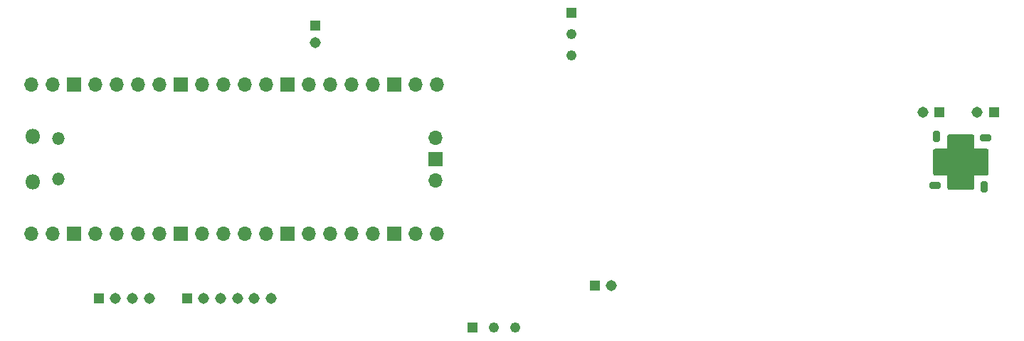
<source format=gbr>
%TF.GenerationSoftware,KiCad,Pcbnew,8.0.8*%
%TF.CreationDate,2025-02-26T19:29:46+02:00*%
%TF.ProjectId,gamma-spectrometer,67616d6d-612d-4737-9065-6374726f6d65,v0.0.4*%
%TF.SameCoordinates,Original*%
%TF.FileFunction,Soldermask,Bot*%
%TF.FilePolarity,Negative*%
%FSLAX46Y46*%
G04 Gerber Fmt 4.6, Leading zero omitted, Abs format (unit mm)*
G04 Created by KiCad (PCBNEW 8.0.8) date 2025-02-26 19:29:46*
%MOMM*%
%LPD*%
G01*
G04 APERTURE LIST*
G04 Aperture macros list*
%AMRoundRect*
0 Rectangle with rounded corners*
0 $1 Rounding radius*
0 $2 $3 $4 $5 $6 $7 $8 $9 X,Y pos of 4 corners*
0 Add a 4 corners polygon primitive as box body*
4,1,4,$2,$3,$4,$5,$6,$7,$8,$9,$2,$3,0*
0 Add four circle primitives for the rounded corners*
1,1,$1+$1,$2,$3*
1,1,$1+$1,$4,$5*
1,1,$1+$1,$6,$7*
1,1,$1+$1,$8,$9*
0 Add four rect primitives between the rounded corners*
20,1,$1+$1,$2,$3,$4,$5,0*
20,1,$1+$1,$4,$5,$6,$7,0*
20,1,$1+$1,$6,$7,$8,$9,0*
20,1,$1+$1,$8,$9,$2,$3,0*%
G04 Aperture macros list end*
%ADD10C,0.000100*%
%ADD11R,1.308000X1.308000*%
%ADD12C,1.308000*%
%ADD13R,1.218000X1.218000*%
%ADD14C,1.218000*%
%ADD15O,1.800000X1.800000*%
%ADD16O,1.500000X1.500000*%
%ADD17O,1.700000X1.700000*%
%ADD18R,1.700000X1.700000*%
%ADD19RoundRect,0.201000X-0.201000X-0.451000X0.201000X-0.451000X0.201000X0.451000X-0.201000X0.451000X0*%
%ADD20RoundRect,0.201000X-0.451000X-0.201000X0.451000X-0.201000X0.451000X0.201000X-0.451000X0.201000X0*%
G04 APERTURE END LIST*
D10*
%TO.C,U9*%
X201387000Y-80976000D02*
X201398000Y-80978000D01*
X201409000Y-80980000D01*
X201419000Y-80982000D01*
X201430000Y-80985000D01*
X201440000Y-80989000D01*
X201450000Y-80993000D01*
X201460000Y-80998000D01*
X201470000Y-81003000D01*
X201479000Y-81009000D01*
X201488000Y-81015000D01*
X201497000Y-81022000D01*
X201506000Y-81029000D01*
X201513000Y-81037000D01*
X201521000Y-81044000D01*
X201528000Y-81053000D01*
X201535000Y-81062000D01*
X201541000Y-81071000D01*
X201547000Y-81080000D01*
X201552000Y-81090000D01*
X201557000Y-81100000D01*
X201561000Y-81110000D01*
X201565000Y-81120000D01*
X201568000Y-81131000D01*
X201570000Y-81141000D01*
X201572000Y-81152000D01*
X201574000Y-81163000D01*
X201575000Y-81174000D01*
X201575000Y-81185000D01*
X201575000Y-82675000D01*
X203055000Y-82675000D01*
X203067000Y-82675000D01*
X203078000Y-82676000D01*
X203089000Y-82678000D01*
X203101000Y-82680000D01*
X203112000Y-82682000D01*
X203123000Y-82686000D01*
X203134000Y-82690000D01*
X203144000Y-82694000D01*
X203155000Y-82699000D01*
X203165000Y-82704000D01*
X203175000Y-82710000D01*
X203184000Y-82717000D01*
X203193000Y-82724000D01*
X203202000Y-82732000D01*
X203211000Y-82739000D01*
X203218000Y-82748000D01*
X203226000Y-82757000D01*
X203233000Y-82766000D01*
X203240000Y-82775000D01*
X203246000Y-82785000D01*
X203251000Y-82795000D01*
X203256000Y-82806000D01*
X203260000Y-82816000D01*
X203264000Y-82827000D01*
X203268000Y-82838000D01*
X203270000Y-82849000D01*
X203272000Y-82861000D01*
X203274000Y-82872000D01*
X203275000Y-82883000D01*
X203275000Y-82895000D01*
X203275000Y-82925000D01*
X203275000Y-85535000D01*
X203275000Y-85565000D01*
X203275000Y-85576000D01*
X203274000Y-85587000D01*
X203272000Y-85598000D01*
X203270000Y-85609000D01*
X203268000Y-85619000D01*
X203265000Y-85630000D01*
X203261000Y-85640000D01*
X203257000Y-85650000D01*
X203252000Y-85660000D01*
X203247000Y-85670000D01*
X203241000Y-85679000D01*
X203235000Y-85688000D01*
X203228000Y-85697000D01*
X203221000Y-85706000D01*
X203213000Y-85713000D01*
X203206000Y-85721000D01*
X203197000Y-85728000D01*
X203188000Y-85735000D01*
X203179000Y-85741000D01*
X203170000Y-85747000D01*
X203160000Y-85752000D01*
X203150000Y-85757000D01*
X203140000Y-85761000D01*
X203130000Y-85765000D01*
X203119000Y-85768000D01*
X203109000Y-85770000D01*
X203098000Y-85772000D01*
X203087000Y-85774000D01*
X203076000Y-85775000D01*
X203065000Y-85775000D01*
X201575000Y-85775000D01*
X201575000Y-87255000D01*
X201575000Y-87267000D01*
X201574000Y-87278000D01*
X201572000Y-87289000D01*
X201570000Y-87301000D01*
X201568000Y-87312000D01*
X201564000Y-87323000D01*
X201560000Y-87334000D01*
X201556000Y-87344000D01*
X201551000Y-87355000D01*
X201546000Y-87365000D01*
X201540000Y-87375000D01*
X201533000Y-87384000D01*
X201526000Y-87393000D01*
X201518000Y-87402000D01*
X201511000Y-87411000D01*
X201502000Y-87418000D01*
X201493000Y-87426000D01*
X201484000Y-87433000D01*
X201475000Y-87440000D01*
X201465000Y-87446000D01*
X201455000Y-87451000D01*
X201444000Y-87456000D01*
X201434000Y-87460000D01*
X201423000Y-87464000D01*
X201412000Y-87468000D01*
X201401000Y-87470000D01*
X201389000Y-87472000D01*
X201378000Y-87474000D01*
X201367000Y-87475000D01*
X201355000Y-87475000D01*
X198705000Y-87475000D01*
X198685000Y-87475000D01*
X198674000Y-87475000D01*
X198663000Y-87474000D01*
X198652000Y-87472000D01*
X198641000Y-87470000D01*
X198631000Y-87468000D01*
X198620000Y-87465000D01*
X198610000Y-87461000D01*
X198600000Y-87457000D01*
X198590000Y-87452000D01*
X198580000Y-87447000D01*
X198571000Y-87441000D01*
X198562000Y-87435000D01*
X198553000Y-87428000D01*
X198544000Y-87421000D01*
X198537000Y-87413000D01*
X198529000Y-87406000D01*
X198522000Y-87397000D01*
X198515000Y-87388000D01*
X198509000Y-87379000D01*
X198503000Y-87370000D01*
X198498000Y-87360000D01*
X198493000Y-87350000D01*
X198489000Y-87340000D01*
X198485000Y-87330000D01*
X198482000Y-87319000D01*
X198480000Y-87309000D01*
X198478000Y-87298000D01*
X198476000Y-87287000D01*
X198475000Y-87276000D01*
X198475000Y-87265000D01*
X198475000Y-85775000D01*
X196985000Y-85775000D01*
X196974000Y-85775000D01*
X196963000Y-85774000D01*
X196952000Y-85772000D01*
X196941000Y-85770000D01*
X196931000Y-85768000D01*
X196920000Y-85765000D01*
X196910000Y-85761000D01*
X196900000Y-85757000D01*
X196890000Y-85752000D01*
X196880000Y-85747000D01*
X196871000Y-85741000D01*
X196862000Y-85735000D01*
X196853000Y-85728000D01*
X196844000Y-85721000D01*
X196837000Y-85713000D01*
X196829000Y-85706000D01*
X196822000Y-85697000D01*
X196815000Y-85688000D01*
X196809000Y-85679000D01*
X196803000Y-85670000D01*
X196798000Y-85660000D01*
X196793000Y-85650000D01*
X196789000Y-85640000D01*
X196785000Y-85630000D01*
X196782000Y-85619000D01*
X196780000Y-85609000D01*
X196778000Y-85598000D01*
X196776000Y-85587000D01*
X196775000Y-85576000D01*
X196775000Y-85565000D01*
X196775000Y-85545000D01*
X196775000Y-82905000D01*
X196775000Y-82893000D01*
X196776000Y-82881000D01*
X196778000Y-82869000D01*
X196780000Y-82857000D01*
X196783000Y-82845000D01*
X196786000Y-82834000D01*
X196790000Y-82823000D01*
X196795000Y-82811000D01*
X196800000Y-82801000D01*
X196806000Y-82790000D01*
X196812000Y-82780000D01*
X196819000Y-82770000D01*
X196826000Y-82760000D01*
X196834000Y-82751000D01*
X196842000Y-82742000D01*
X196851000Y-82734000D01*
X196860000Y-82726000D01*
X196870000Y-82719000D01*
X196880000Y-82712000D01*
X196890000Y-82706000D01*
X196901000Y-82700000D01*
X196911000Y-82695000D01*
X196923000Y-82690000D01*
X196934000Y-82686000D01*
X196945000Y-82683000D01*
X196957000Y-82680000D01*
X196969000Y-82678000D01*
X196981000Y-82676000D01*
X196993000Y-82675000D01*
X197005000Y-82675000D01*
X198475000Y-82675000D01*
X198475000Y-81185000D01*
X198475000Y-81174000D01*
X198476000Y-81163000D01*
X198478000Y-81152000D01*
X198480000Y-81141000D01*
X198482000Y-81131000D01*
X198485000Y-81120000D01*
X198489000Y-81110000D01*
X198493000Y-81100000D01*
X198498000Y-81090000D01*
X198503000Y-81080000D01*
X198509000Y-81071000D01*
X198515000Y-81062000D01*
X198522000Y-81053000D01*
X198529000Y-81044000D01*
X198537000Y-81037000D01*
X198544000Y-81029000D01*
X198553000Y-81022000D01*
X198562000Y-81015000D01*
X198571000Y-81009000D01*
X198580000Y-81003000D01*
X198590000Y-80998000D01*
X198600000Y-80993000D01*
X198610000Y-80989000D01*
X198620000Y-80985000D01*
X198631000Y-80982000D01*
X198641000Y-80980000D01*
X198652000Y-80978000D01*
X198663000Y-80976000D01*
X198674000Y-80975000D01*
X198685000Y-80975000D01*
X198705000Y-80975000D01*
X201335000Y-80975000D01*
X201365000Y-80975000D01*
X201376000Y-80975000D01*
X201387000Y-80976000D01*
G36*
X201387000Y-80976000D02*
G01*
X201398000Y-80978000D01*
X201409000Y-80980000D01*
X201419000Y-80982000D01*
X201430000Y-80985000D01*
X201440000Y-80989000D01*
X201450000Y-80993000D01*
X201460000Y-80998000D01*
X201470000Y-81003000D01*
X201479000Y-81009000D01*
X201488000Y-81015000D01*
X201497000Y-81022000D01*
X201506000Y-81029000D01*
X201513000Y-81037000D01*
X201521000Y-81044000D01*
X201528000Y-81053000D01*
X201535000Y-81062000D01*
X201541000Y-81071000D01*
X201547000Y-81080000D01*
X201552000Y-81090000D01*
X201557000Y-81100000D01*
X201561000Y-81110000D01*
X201565000Y-81120000D01*
X201568000Y-81131000D01*
X201570000Y-81141000D01*
X201572000Y-81152000D01*
X201574000Y-81163000D01*
X201575000Y-81174000D01*
X201575000Y-81185000D01*
X201575000Y-82675000D01*
X203055000Y-82675000D01*
X203067000Y-82675000D01*
X203078000Y-82676000D01*
X203089000Y-82678000D01*
X203101000Y-82680000D01*
X203112000Y-82682000D01*
X203123000Y-82686000D01*
X203134000Y-82690000D01*
X203144000Y-82694000D01*
X203155000Y-82699000D01*
X203165000Y-82704000D01*
X203175000Y-82710000D01*
X203184000Y-82717000D01*
X203193000Y-82724000D01*
X203202000Y-82732000D01*
X203211000Y-82739000D01*
X203218000Y-82748000D01*
X203226000Y-82757000D01*
X203233000Y-82766000D01*
X203240000Y-82775000D01*
X203246000Y-82785000D01*
X203251000Y-82795000D01*
X203256000Y-82806000D01*
X203260000Y-82816000D01*
X203264000Y-82827000D01*
X203268000Y-82838000D01*
X203270000Y-82849000D01*
X203272000Y-82861000D01*
X203274000Y-82872000D01*
X203275000Y-82883000D01*
X203275000Y-82895000D01*
X203275000Y-82925000D01*
X203275000Y-85535000D01*
X203275000Y-85565000D01*
X203275000Y-85576000D01*
X203274000Y-85587000D01*
X203272000Y-85598000D01*
X203270000Y-85609000D01*
X203268000Y-85619000D01*
X203265000Y-85630000D01*
X203261000Y-85640000D01*
X203257000Y-85650000D01*
X203252000Y-85660000D01*
X203247000Y-85670000D01*
X203241000Y-85679000D01*
X203235000Y-85688000D01*
X203228000Y-85697000D01*
X203221000Y-85706000D01*
X203213000Y-85713000D01*
X203206000Y-85721000D01*
X203197000Y-85728000D01*
X203188000Y-85735000D01*
X203179000Y-85741000D01*
X203170000Y-85747000D01*
X203160000Y-85752000D01*
X203150000Y-85757000D01*
X203140000Y-85761000D01*
X203130000Y-85765000D01*
X203119000Y-85768000D01*
X203109000Y-85770000D01*
X203098000Y-85772000D01*
X203087000Y-85774000D01*
X203076000Y-85775000D01*
X203065000Y-85775000D01*
X201575000Y-85775000D01*
X201575000Y-87255000D01*
X201575000Y-87267000D01*
X201574000Y-87278000D01*
X201572000Y-87289000D01*
X201570000Y-87301000D01*
X201568000Y-87312000D01*
X201564000Y-87323000D01*
X201560000Y-87334000D01*
X201556000Y-87344000D01*
X201551000Y-87355000D01*
X201546000Y-87365000D01*
X201540000Y-87375000D01*
X201533000Y-87384000D01*
X201526000Y-87393000D01*
X201518000Y-87402000D01*
X201511000Y-87411000D01*
X201502000Y-87418000D01*
X201493000Y-87426000D01*
X201484000Y-87433000D01*
X201475000Y-87440000D01*
X201465000Y-87446000D01*
X201455000Y-87451000D01*
X201444000Y-87456000D01*
X201434000Y-87460000D01*
X201423000Y-87464000D01*
X201412000Y-87468000D01*
X201401000Y-87470000D01*
X201389000Y-87472000D01*
X201378000Y-87474000D01*
X201367000Y-87475000D01*
X201355000Y-87475000D01*
X198705000Y-87475000D01*
X198685000Y-87475000D01*
X198674000Y-87475000D01*
X198663000Y-87474000D01*
X198652000Y-87472000D01*
X198641000Y-87470000D01*
X198631000Y-87468000D01*
X198620000Y-87465000D01*
X198610000Y-87461000D01*
X198600000Y-87457000D01*
X198590000Y-87452000D01*
X198580000Y-87447000D01*
X198571000Y-87441000D01*
X198562000Y-87435000D01*
X198553000Y-87428000D01*
X198544000Y-87421000D01*
X198537000Y-87413000D01*
X198529000Y-87406000D01*
X198522000Y-87397000D01*
X198515000Y-87388000D01*
X198509000Y-87379000D01*
X198503000Y-87370000D01*
X198498000Y-87360000D01*
X198493000Y-87350000D01*
X198489000Y-87340000D01*
X198485000Y-87330000D01*
X198482000Y-87319000D01*
X198480000Y-87309000D01*
X198478000Y-87298000D01*
X198476000Y-87287000D01*
X198475000Y-87276000D01*
X198475000Y-87265000D01*
X198475000Y-85775000D01*
X196985000Y-85775000D01*
X196974000Y-85775000D01*
X196963000Y-85774000D01*
X196952000Y-85772000D01*
X196941000Y-85770000D01*
X196931000Y-85768000D01*
X196920000Y-85765000D01*
X196910000Y-85761000D01*
X196900000Y-85757000D01*
X196890000Y-85752000D01*
X196880000Y-85747000D01*
X196871000Y-85741000D01*
X196862000Y-85735000D01*
X196853000Y-85728000D01*
X196844000Y-85721000D01*
X196837000Y-85713000D01*
X196829000Y-85706000D01*
X196822000Y-85697000D01*
X196815000Y-85688000D01*
X196809000Y-85679000D01*
X196803000Y-85670000D01*
X196798000Y-85660000D01*
X196793000Y-85650000D01*
X196789000Y-85640000D01*
X196785000Y-85630000D01*
X196782000Y-85619000D01*
X196780000Y-85609000D01*
X196778000Y-85598000D01*
X196776000Y-85587000D01*
X196775000Y-85576000D01*
X196775000Y-85565000D01*
X196775000Y-85545000D01*
X196775000Y-82905000D01*
X196775000Y-82893000D01*
X196776000Y-82881000D01*
X196778000Y-82869000D01*
X196780000Y-82857000D01*
X196783000Y-82845000D01*
X196786000Y-82834000D01*
X196790000Y-82823000D01*
X196795000Y-82811000D01*
X196800000Y-82801000D01*
X196806000Y-82790000D01*
X196812000Y-82780000D01*
X196819000Y-82770000D01*
X196826000Y-82760000D01*
X196834000Y-82751000D01*
X196842000Y-82742000D01*
X196851000Y-82734000D01*
X196860000Y-82726000D01*
X196870000Y-82719000D01*
X196880000Y-82712000D01*
X196890000Y-82706000D01*
X196901000Y-82700000D01*
X196911000Y-82695000D01*
X196923000Y-82690000D01*
X196934000Y-82686000D01*
X196945000Y-82683000D01*
X196957000Y-82680000D01*
X196969000Y-82678000D01*
X196981000Y-82676000D01*
X196993000Y-82675000D01*
X197005000Y-82675000D01*
X198475000Y-82675000D01*
X198475000Y-81185000D01*
X198475000Y-81174000D01*
X198476000Y-81163000D01*
X198478000Y-81152000D01*
X198480000Y-81141000D01*
X198482000Y-81131000D01*
X198485000Y-81120000D01*
X198489000Y-81110000D01*
X198493000Y-81100000D01*
X198498000Y-81090000D01*
X198503000Y-81080000D01*
X198509000Y-81071000D01*
X198515000Y-81062000D01*
X198522000Y-81053000D01*
X198529000Y-81044000D01*
X198537000Y-81037000D01*
X198544000Y-81029000D01*
X198553000Y-81022000D01*
X198562000Y-81015000D01*
X198571000Y-81009000D01*
X198580000Y-81003000D01*
X198590000Y-80998000D01*
X198600000Y-80993000D01*
X198610000Y-80989000D01*
X198620000Y-80985000D01*
X198631000Y-80982000D01*
X198641000Y-80980000D01*
X198652000Y-80978000D01*
X198663000Y-80976000D01*
X198674000Y-80975000D01*
X198685000Y-80975000D01*
X198705000Y-80975000D01*
X201335000Y-80975000D01*
X201365000Y-80975000D01*
X201376000Y-80975000D01*
X201387000Y-80976000D01*
G37*
%TD*%
D11*
%TO.C,J1*%
X97500000Y-100500000D03*
D12*
X99500000Y-100500000D03*
X101500000Y-100500000D03*
X103500000Y-100500000D03*
%TD*%
D11*
%TO.C,J4*%
X156500000Y-99000000D03*
D12*
X158500000Y-99000000D03*
%TD*%
D11*
%TO.C,J5*%
X197525000Y-78275000D03*
D12*
X195525000Y-78275000D03*
%TD*%
D13*
%TO.C,VR1*%
X153700000Y-66460000D03*
D14*
X153700000Y-69000000D03*
X153700000Y-71540000D03*
%TD*%
D11*
%TO.C,J3*%
X123250000Y-68000000D03*
D12*
X123250000Y-70000000D03*
%TD*%
D11*
%TO.C,J2*%
X108000000Y-100500000D03*
D12*
X110000000Y-100500000D03*
X112000000Y-100500000D03*
X114000000Y-100500000D03*
X116000000Y-100500000D03*
X118000000Y-100500000D03*
%TD*%
D15*
%TO.C,U1*%
X89630000Y-86615000D03*
D16*
X92660000Y-86315000D03*
X92660000Y-81465000D03*
D15*
X89630000Y-81165000D03*
D17*
X89500000Y-92780000D03*
X92040000Y-92780000D03*
D18*
X94580000Y-92780000D03*
D17*
X97120000Y-92780000D03*
X99660000Y-92780000D03*
X102200000Y-92780000D03*
X104740000Y-92780000D03*
D18*
X107280000Y-92780000D03*
D17*
X109820000Y-92780000D03*
X112360000Y-92780000D03*
X114900000Y-92780000D03*
X117440000Y-92780000D03*
D18*
X119980000Y-92780000D03*
D17*
X122520000Y-92780000D03*
X125060000Y-92780000D03*
X127600000Y-92780000D03*
X130140000Y-92780000D03*
D18*
X132680000Y-92780000D03*
D17*
X135220000Y-92780000D03*
X137760000Y-92780000D03*
X137760000Y-75000000D03*
X135220000Y-75000000D03*
D18*
X132680000Y-75000000D03*
D17*
X130140000Y-75000000D03*
X127600000Y-75000000D03*
X125060000Y-75000000D03*
X122520000Y-75000000D03*
D18*
X119980000Y-75000000D03*
D17*
X117440000Y-75000000D03*
X114900000Y-75000000D03*
X112360000Y-75000000D03*
X109820000Y-75000000D03*
D18*
X107280000Y-75000000D03*
D17*
X104740000Y-75000000D03*
X102200000Y-75000000D03*
X99660000Y-75000000D03*
X97120000Y-75000000D03*
D18*
X94580000Y-75000000D03*
D17*
X92040000Y-75000000D03*
X89500000Y-75000000D03*
X137530000Y-86430000D03*
D18*
X137530000Y-83890000D03*
D17*
X137530000Y-81350000D03*
%TD*%
D13*
%TO.C,VR2*%
X142000000Y-104000000D03*
D14*
X144540000Y-104000000D03*
X147080000Y-104000000D03*
%TD*%
D11*
%TO.C,J6*%
X204025000Y-78275000D03*
D12*
X202025000Y-78275000D03*
%TD*%
D19*
%TO.C,U9*%
X197175000Y-81225000D03*
D20*
X203025000Y-81375000D03*
D19*
X202875000Y-87225000D03*
D20*
X197025000Y-87075000D03*
%TD*%
M02*

</source>
